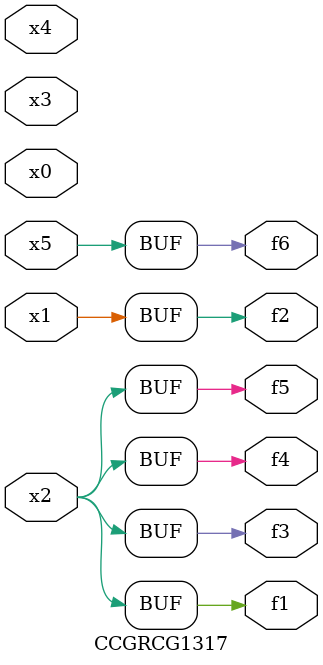
<source format=v>
module CCGRCG1317(
	input x0, x1, x2, x3, x4, x5,
	output f1, f2, f3, f4, f5, f6
);
	assign f1 = x2;
	assign f2 = x1;
	assign f3 = x2;
	assign f4 = x2;
	assign f5 = x2;
	assign f6 = x5;
endmodule

</source>
